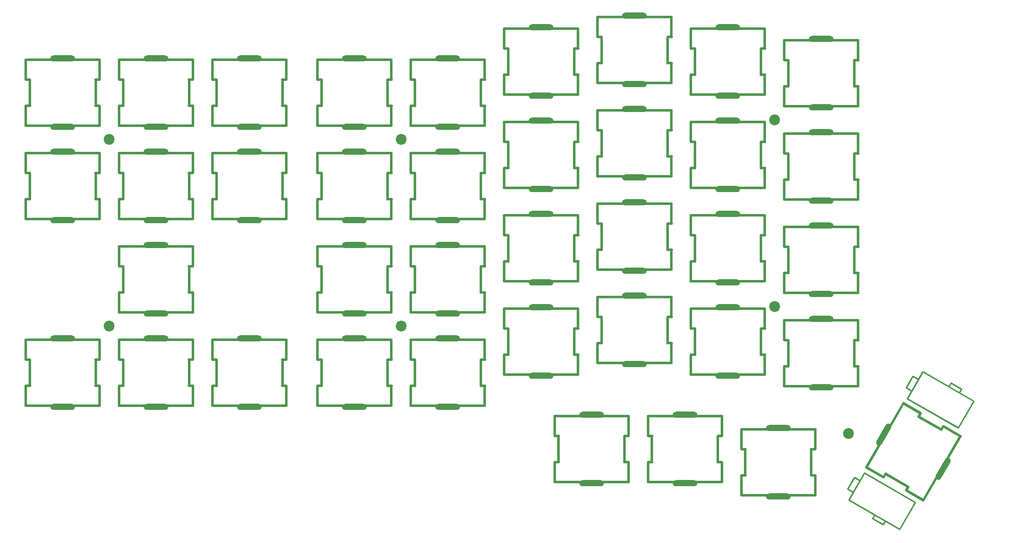
<source format=gbr>
%TF.GenerationSoftware,KiCad,Pcbnew,(5.1.9-0-10_14)*%
%TF.CreationDate,2021-04-25T18:43:49-05:00*%
%TF.ProjectId,wren-nav,7772656e-2d6e-4617-962e-6b696361645f,rev?*%
%TF.SameCoordinates,Original*%
%TF.FileFunction,Soldermask,Top*%
%TF.FilePolarity,Negative*%
%FSLAX46Y46*%
G04 Gerber Fmt 4.6, Leading zero omitted, Abs format (unit mm)*
G04 Created by KiCad (PCBNEW (5.1.9-0-10_14)) date 2021-04-25 18:43:49*
%MOMM*%
%LPD*%
G01*
G04 APERTURE LIST*
%ADD10C,2.200000*%
%ADD11O,1.333500X0.508000*%
%ADD12O,5.080000X1.270000*%
%ADD13O,0.508000X5.842000*%
%ADD14O,0.508000X4.572000*%
%ADD15O,15.595600X0.508000*%
G04 APERTURE END LIST*
%TO.C,REF\u002A\u002A*%
G36*
G01*
X239483904Y-94215117D02*
X239483904Y-94215117D01*
G75*
G02*
X239539686Y-94423299I-76200J-131982D01*
G01*
X238168086Y-96798979D01*
G75*
G02*
X237959904Y-96854761I-131982J76200D01*
G01*
X237959904Y-96854761D01*
G75*
G02*
X237904122Y-96646579I76200J131982D01*
G01*
X239275722Y-94270899D01*
G75*
G02*
X239483904Y-94215117I131982J-76200D01*
G01*
G37*
G36*
G01*
X238178295Y-96628897D02*
X239190159Y-97213097D01*
G75*
G02*
X239245941Y-97421279I-76200J-131982D01*
G01*
X239245941Y-97421279D01*
G75*
G02*
X239037759Y-97477061I-131982J76200D01*
G01*
X238025895Y-96892861D01*
G75*
G02*
X237970113Y-96684679I76200J131982D01*
G01*
X237970113Y-96684679D01*
G75*
G02*
X238178295Y-96628897I131982J-76200D01*
G01*
G37*
G36*
G01*
X239549895Y-94253216D02*
X240561759Y-94837416D01*
G75*
G02*
X240617541Y-95045598I-76200J-131982D01*
G01*
X240617541Y-95045598D01*
G75*
G02*
X240409359Y-95101380I-131982J76200D01*
G01*
X239397495Y-94517180D01*
G75*
G02*
X239341713Y-94308998I76200J131982D01*
G01*
X239341713Y-94308998D01*
G75*
G02*
X239549895Y-94253216I131982J-76200D01*
G01*
G37*
G36*
G01*
X247240541Y-95613826D02*
X247240541Y-95613826D01*
G75*
G02*
X247296323Y-95822008I-76200J-131982D01*
G01*
X246864523Y-96569908D01*
G75*
G02*
X246656341Y-96625690I-131982J76200D01*
G01*
X246656341Y-96625690D01*
G75*
G02*
X246600559Y-96417508I76200J131982D01*
G01*
X247032359Y-95669608D01*
G75*
G02*
X247240541Y-95613826I131982J-76200D01*
G01*
G37*
G36*
G01*
X241529451Y-93313726D02*
X241529451Y-93313726D01*
G75*
G02*
X241585233Y-93521908I-76200J-131982D01*
G01*
X238410233Y-99021170D01*
G75*
G02*
X238202051Y-99076952I-131982J76200D01*
G01*
X238202051Y-99076952D01*
G75*
G02*
X238146269Y-98868770I76200J131982D01*
G01*
X241321269Y-93369508D01*
G75*
G02*
X241529451Y-93313726I131982J-76200D01*
G01*
G37*
G36*
G01*
X238354450Y-98812987D02*
X248737056Y-104807387D01*
G75*
G02*
X248792838Y-105015569I-76200J-131982D01*
G01*
X248792838Y-105015569D01*
G75*
G02*
X248584656Y-105071351I-131982J76200D01*
G01*
X238202050Y-99076951D01*
G75*
G02*
X238146268Y-98868769I76200J131982D01*
G01*
X238146268Y-98868769D01*
G75*
G02*
X238354450Y-98812987I131982J-76200D01*
G01*
G37*
G36*
G01*
X241529450Y-93313726D02*
X251912056Y-99308126D01*
G75*
G02*
X251967838Y-99516308I-76200J-131982D01*
G01*
X251967838Y-99516308D01*
G75*
G02*
X251759656Y-99572090I-131982J76200D01*
G01*
X241377050Y-93577690D01*
G75*
G02*
X241321268Y-93369508I76200J131982D01*
G01*
X241321268Y-93369508D01*
G75*
G02*
X241529450Y-93313726I131982J-76200D01*
G01*
G37*
G36*
G01*
X247240542Y-95613827D02*
X249396252Y-96858427D01*
G75*
G02*
X249452034Y-97066609I-76200J-131982D01*
G01*
X249452034Y-97066609D01*
G75*
G02*
X249243852Y-97122391I-131982J76200D01*
G01*
X247088142Y-95877791D01*
G75*
G02*
X247032360Y-95669609I76200J131982D01*
G01*
X247032360Y-95669609D01*
G75*
G02*
X247240542Y-95613827I131982J-76200D01*
G01*
G37*
G36*
G01*
X249396252Y-96858426D02*
X249396252Y-96858426D01*
G75*
G02*
X249452034Y-97066608I-76200J-131982D01*
G01*
X249020234Y-97814508D01*
G75*
G02*
X248812052Y-97870290I-131982J76200D01*
G01*
X248812052Y-97870290D01*
G75*
G02*
X248756270Y-97662108I76200J131982D01*
G01*
X249188070Y-96914208D01*
G75*
G02*
X249396252Y-96858426I131982J-76200D01*
G01*
G37*
G36*
G01*
X251912056Y-99308126D02*
X251912056Y-99308126D01*
G75*
G02*
X251967838Y-99516308I-76200J-131982D01*
G01*
X248792838Y-105015570D01*
G75*
G02*
X248584656Y-105071352I-131982J76200D01*
G01*
X248584656Y-105071352D01*
G75*
G02*
X248528874Y-104863170I76200J131982D01*
G01*
X251703874Y-99363908D01*
G75*
G02*
X251912056Y-99308126I131982J-76200D01*
G01*
G37*
G36*
G01*
X231695741Y-122538210D02*
X231695741Y-122538210D01*
G75*
G02*
X231751523Y-122746392I-76200J-131982D01*
G01*
X231319723Y-123494292D01*
G75*
G02*
X231111541Y-123550074I-131982J76200D01*
G01*
X231111541Y-123550074D01*
G75*
G02*
X231055759Y-123341892I76200J131982D01*
G01*
X231487559Y-122593992D01*
G75*
G02*
X231695741Y-122538210I131982J-76200D01*
G01*
G37*
G36*
G01*
X226240295Y-117306120D02*
X227252159Y-117890320D01*
G75*
G02*
X227307941Y-118098502I-76200J-131982D01*
G01*
X227307941Y-118098502D01*
G75*
G02*
X227099759Y-118154284I-131982J76200D01*
G01*
X226087895Y-117570084D01*
G75*
G02*
X226032113Y-117361902I76200J131982D01*
G01*
X226032113Y-117361902D01*
G75*
G02*
X226240295Y-117306120I131982J-76200D01*
G01*
G37*
G36*
G01*
X233851452Y-123782810D02*
X233851452Y-123782810D01*
G75*
G02*
X233907234Y-123990992I-76200J-131982D01*
G01*
X233475434Y-124738892D01*
G75*
G02*
X233267252Y-124794674I-131982J76200D01*
G01*
X233267252Y-124794674D01*
G75*
G02*
X233211470Y-124586492I76200J131982D01*
G01*
X233643270Y-123838592D01*
G75*
G02*
X233851452Y-123782810I131982J-76200D01*
G01*
G37*
G36*
G01*
X227611895Y-114930439D02*
X228623759Y-115514639D01*
G75*
G02*
X228679541Y-115722821I-76200J-131982D01*
G01*
X228679541Y-115722821D01*
G75*
G02*
X228471359Y-115778603I-131982J76200D01*
G01*
X227459495Y-115194403D01*
G75*
G02*
X227403713Y-114986221I76200J131982D01*
G01*
X227403713Y-114986221D01*
G75*
G02*
X227611895Y-114930439I131982J-76200D01*
G01*
G37*
G36*
G01*
X231263942Y-123286109D02*
X233419652Y-124530709D01*
G75*
G02*
X233475434Y-124738891I-76200J-131982D01*
G01*
X233475434Y-124738891D01*
G75*
G02*
X233267252Y-124794673I-131982J76200D01*
G01*
X231111542Y-123550073D01*
G75*
G02*
X231055760Y-123341891I76200J131982D01*
G01*
X231055760Y-123341891D01*
G75*
G02*
X231263942Y-123286109I131982J-76200D01*
G01*
G37*
G36*
G01*
X226416450Y-119490210D02*
X236799056Y-125484610D01*
G75*
G02*
X236854838Y-125692792I-76200J-131982D01*
G01*
X236854838Y-125692792D01*
G75*
G02*
X236646656Y-125748574I-131982J76200D01*
G01*
X226264050Y-119754174D01*
G75*
G02*
X226208268Y-119545992I76200J131982D01*
G01*
X226208268Y-119545992D01*
G75*
G02*
X226416450Y-119490210I131982J-76200D01*
G01*
G37*
G36*
G01*
X229591451Y-113990948D02*
X229591451Y-113990948D01*
G75*
G02*
X229647233Y-114199130I-76200J-131982D01*
G01*
X226472233Y-119698392D01*
G75*
G02*
X226264051Y-119754174I-131982J76200D01*
G01*
X226264051Y-119754174D01*
G75*
G02*
X226208269Y-119545992I76200J131982D01*
G01*
X229383269Y-114046730D01*
G75*
G02*
X229591451Y-113990948I131982J-76200D01*
G01*
G37*
G36*
G01*
X229591450Y-113990949D02*
X239974056Y-119985349D01*
G75*
G02*
X240029838Y-120193531I-76200J-131982D01*
G01*
X240029838Y-120193531D01*
G75*
G02*
X239821656Y-120249313I-131982J76200D01*
G01*
X229439050Y-114254913D01*
G75*
G02*
X229383268Y-114046731I76200J131982D01*
G01*
X229383268Y-114046731D01*
G75*
G02*
X229591450Y-113990949I131982J-76200D01*
G01*
G37*
G36*
G01*
X239974056Y-119985348D02*
X239974056Y-119985348D01*
G75*
G02*
X240029838Y-120193530I-76200J-131982D01*
G01*
X236854838Y-125692792D01*
G75*
G02*
X236646656Y-125748574I-131982J76200D01*
G01*
X236646656Y-125748574D01*
G75*
G02*
X236590874Y-125540392I76200J131982D01*
G01*
X239765874Y-120041130D01*
G75*
G02*
X239974056Y-119985348I131982J-76200D01*
G01*
G37*
G36*
G01*
X227545904Y-114892339D02*
X227545904Y-114892339D01*
G75*
G02*
X227601686Y-115100521I-76200J-131982D01*
G01*
X226230086Y-117476201D01*
G75*
G02*
X226021904Y-117531983I-131982J76200D01*
G01*
X226021904Y-117531983D01*
G75*
G02*
X225966122Y-117323801I76200J131982D01*
G01*
X227337722Y-114948121D01*
G75*
G02*
X227545904Y-114892339I131982J-76200D01*
G01*
G37*
%TD*%
D10*
%TO.C,H7*%
X226250500Y-106013250D03*
%TD*%
%TO.C,H6*%
X211137500Y-80168750D03*
%TD*%
%TO.C,H5*%
X134937500Y-84137500D03*
%TD*%
%TO.C,H4*%
X75400000Y-84137500D03*
%TD*%
%TO.C,H3*%
X211137500Y-42068750D03*
%TD*%
%TO.C,H2*%
X134937500Y-46037500D03*
%TD*%
%TO.C,H1*%
X75400000Y-46037500D03*
%TD*%
D11*
%TO.C,MX9*%
X73025000Y-39179500D03*
X58737500Y-39179500D03*
X73025000Y-33845500D03*
X58737500Y-33845500D03*
D12*
X65881250Y-43497500D03*
X65881250Y-29527500D03*
D13*
X59150250Y-36512500D03*
X72612250Y-36512500D03*
D14*
X58324750Y-41211500D03*
X73437750Y-41211500D03*
X73437750Y-31813500D03*
X58324750Y-31813500D03*
D15*
X65881250Y-43243500D03*
X65881250Y-29781500D03*
%TD*%
D11*
%TO.C,MX39*%
X73025000Y-96329500D03*
X58737500Y-96329500D03*
X73025000Y-90995500D03*
X58737500Y-90995500D03*
D12*
X65881250Y-100647500D03*
X65881250Y-86677500D03*
D13*
X59150250Y-93662500D03*
X72612250Y-93662500D03*
D14*
X58324750Y-98361500D03*
X73437750Y-98361500D03*
X73437750Y-88963500D03*
X58324750Y-88963500D03*
D15*
X65881250Y-100393500D03*
X65881250Y-86931500D03*
%TD*%
%TO.C,MX41*%
G36*
G01*
X245032190Y-105484003D02*
X245032190Y-105484003D01*
G75*
G02*
X244939220Y-105137033I127000J219970D01*
G01*
X245351970Y-104422129D01*
G75*
G02*
X245698940Y-104329159I219970J-127000D01*
G01*
X245698940Y-104329159D01*
G75*
G02*
X245791910Y-104676129I-127000J-219970D01*
G01*
X245379160Y-105391033D01*
G75*
G02*
X245032190Y-105484003I-219970J127000D01*
G01*
G37*
G36*
G01*
X237888440Y-117857341D02*
X237888440Y-117857341D01*
G75*
G02*
X237795470Y-117510371I127000J219970D01*
G01*
X238208220Y-116795467D01*
G75*
G02*
X238555190Y-116702497I219970J-127000D01*
G01*
X238555190Y-116702497D01*
G75*
G02*
X238648160Y-117049467I-127000J-219970D01*
G01*
X238235410Y-117764371D01*
G75*
G02*
X237888440Y-117857341I-219970J127000D01*
G01*
G37*
G36*
G01*
X240412810Y-102817003D02*
X240412810Y-102817003D01*
G75*
G02*
X240319840Y-102470033I127000J219970D01*
G01*
X240732590Y-101755129D01*
G75*
G02*
X241079560Y-101662159I219970J-127000D01*
G01*
X241079560Y-101662159D01*
G75*
G02*
X241172530Y-102009129I-127000J-219970D01*
G01*
X240759780Y-102724033D01*
G75*
G02*
X240412810Y-102817003I-219970J127000D01*
G01*
G37*
G36*
G01*
X233269060Y-115190341D02*
X233269060Y-115190341D01*
G75*
G02*
X233176090Y-114843371I127000J219970D01*
G01*
X233588840Y-114128467D01*
G75*
G02*
X233935810Y-114035497I219970J-127000D01*
G01*
X233935810Y-114035497D01*
G75*
G02*
X234028780Y-114382467I-127000J-219970D01*
G01*
X233616030Y-115097371D01*
G75*
G02*
X233269060Y-115190341I-219970J127000D01*
G01*
G37*
G36*
G01*
X244263187Y-115451954D02*
X244263187Y-115451954D01*
G75*
G02*
X244030761Y-114584528I317500J549926D01*
G01*
X245935761Y-111284972D01*
G75*
G02*
X246803187Y-111052546I549926J-317500D01*
G01*
X246803187Y-111052546D01*
G75*
G02*
X247035613Y-111919972I-317500J-549926D01*
G01*
X245130613Y-115219528D01*
G75*
G02*
X244263187Y-115451954I-549926J317500D01*
G01*
G37*
G36*
G01*
X232164813Y-108466954D02*
X232164813Y-108466954D01*
G75*
G02*
X231932387Y-107599528I317500J549926D01*
G01*
X233837387Y-104299972D01*
G75*
G02*
X234704813Y-104067546I549926J-317500D01*
G01*
X234704813Y-104067546D01*
G75*
G02*
X234937239Y-104934972I-317500J-549926D01*
G01*
X233032239Y-108234528D01*
G75*
G02*
X232164813Y-108466954I-549926J317500D01*
G01*
G37*
G36*
G01*
X238301190Y-117142437D02*
X233681810Y-114475437D01*
G75*
G02*
X233588840Y-114128467I127000J219970D01*
G01*
X233588840Y-114128467D01*
G75*
G02*
X233935810Y-114035497I219970J-127000D01*
G01*
X238555190Y-116702497D01*
G75*
G02*
X238648160Y-117049467I-127000J-219970D01*
G01*
X238648160Y-117049467D01*
G75*
G02*
X238301190Y-117142437I-219970J127000D01*
G01*
G37*
G36*
G01*
X245032190Y-105484003D02*
X240412810Y-102817003D01*
G75*
G02*
X240319840Y-102470033I127000J219970D01*
G01*
X240319840Y-102470033D01*
G75*
G02*
X240666810Y-102377063I219970J-127000D01*
G01*
X245286190Y-105044063D01*
G75*
G02*
X245379160Y-105391033I-127000J-219970D01*
G01*
X245379160Y-105391033D01*
G75*
G02*
X245032190Y-105484003I-219970J127000D01*
G01*
G37*
G36*
G01*
X241407967Y-119889341D02*
X237888439Y-117857341D01*
G75*
G02*
X237795469Y-117510371I127000J219970D01*
G01*
X237795469Y-117510371D01*
G75*
G02*
X238142439Y-117417401I219970J-127000D01*
G01*
X241661967Y-119449401D01*
G75*
G02*
X241754937Y-119796371I-127000J-219970D01*
G01*
X241754937Y-119796371D01*
G75*
G02*
X241407967Y-119889341I-219970J127000D01*
G01*
G37*
G36*
G01*
X248964467Y-106801099D02*
X245444939Y-104769099D01*
G75*
G02*
X245351969Y-104422129I127000J219970D01*
G01*
X245351969Y-104422129D01*
G75*
G02*
X245698939Y-104329159I219970J-127000D01*
G01*
X249218467Y-106361159D01*
G75*
G02*
X249311437Y-106708129I-127000J-219970D01*
G01*
X249311437Y-106708129D01*
G75*
G02*
X248964467Y-106801099I-219970J127000D01*
G01*
G37*
G36*
G01*
X240825561Y-102102099D02*
X237306033Y-100070099D01*
G75*
G02*
X237213063Y-99723129I127000J219970D01*
G01*
X237213063Y-99723129D01*
G75*
G02*
X237560033Y-99630159I219970J-127000D01*
G01*
X241079561Y-101662159D01*
G75*
G02*
X241172531Y-102009129I-127000J-219970D01*
G01*
X241172531Y-102009129D01*
G75*
G02*
X240825561Y-102102099I-219970J127000D01*
G01*
G37*
G36*
G01*
X233269061Y-115190341D02*
X229749533Y-113158341D01*
G75*
G02*
X229656563Y-112811371I127000J219970D01*
G01*
X229656563Y-112811371D01*
G75*
G02*
X230003533Y-112718401I219970J-127000D01*
G01*
X233523061Y-114750401D01*
G75*
G02*
X233616031Y-115097371I-127000J-219970D01*
G01*
X233616031Y-115097371D01*
G75*
G02*
X233269061Y-115190341I-219970J127000D01*
G01*
G37*
G36*
G01*
X241414317Y-119878342D02*
X241414317Y-119878342D01*
G75*
G02*
X241321347Y-119531372I127000J219970D01*
G01*
X248865147Y-106465128D01*
G75*
G02*
X249212117Y-106372158I219970J-127000D01*
G01*
X249212117Y-106372158D01*
G75*
G02*
X249305087Y-106719128I-127000J-219970D01*
G01*
X241761287Y-119785372D01*
G75*
G02*
X241414317Y-119878342I-219970J127000D01*
G01*
G37*
G36*
G01*
X229755883Y-113147342D02*
X229755883Y-113147342D01*
G75*
G02*
X229662913Y-112800372I127000J219970D01*
G01*
X237206713Y-99734128D01*
G75*
G02*
X237553683Y-99641158I219970J-127000D01*
G01*
X237553683Y-99641158D01*
G75*
G02*
X237646653Y-99988128I-127000J-219970D01*
G01*
X230102853Y-113054372D01*
G75*
G02*
X229755883Y-113147342I-219970J127000D01*
G01*
G37*
%TD*%
D11*
%TO.C,MX15*%
X151606250Y-58229500D03*
X137318750Y-58229500D03*
X151606250Y-52895500D03*
X137318750Y-52895500D03*
D12*
X144462500Y-62547500D03*
X144462500Y-48577500D03*
D13*
X137731500Y-55562500D03*
X151193500Y-55562500D03*
D14*
X136906000Y-60261500D03*
X152019000Y-60261500D03*
X152019000Y-50863500D03*
X136906000Y-50863500D03*
D15*
X144462500Y-62293500D03*
X144462500Y-48831500D03*
%TD*%
D11*
%TO.C,MX44*%
X180968750Y-111918750D03*
X166681250Y-111918750D03*
X180968750Y-106584750D03*
X166681250Y-106584750D03*
D12*
X173825000Y-116236750D03*
X173825000Y-102266750D03*
D13*
X167094000Y-109251750D03*
X180556000Y-109251750D03*
D14*
X166268500Y-113950750D03*
X181381500Y-113950750D03*
X181381500Y-104552750D03*
X166268500Y-104552750D03*
D15*
X173825000Y-115982750D03*
X173825000Y-102520750D03*
%TD*%
D11*
%TO.C,MX43*%
X200018750Y-111918750D03*
X185731250Y-111918750D03*
X200018750Y-106584750D03*
X185731250Y-106584750D03*
D12*
X192875000Y-116236750D03*
X192875000Y-102266750D03*
D13*
X186144000Y-109251750D03*
X199606000Y-109251750D03*
D14*
X185318500Y-113950750D03*
X200431500Y-113950750D03*
X200431500Y-104552750D03*
X185318500Y-104552750D03*
D15*
X192875000Y-115982750D03*
X192875000Y-102520750D03*
%TD*%
D11*
%TO.C,MX42*%
X219068750Y-114585750D03*
X204781250Y-114585750D03*
X219068750Y-109251750D03*
X204781250Y-109251750D03*
D12*
X211925000Y-118903750D03*
X211925000Y-104933750D03*
D13*
X205194000Y-111918750D03*
X218656000Y-111918750D03*
D14*
X204368500Y-116617750D03*
X219481500Y-116617750D03*
X219481500Y-107219750D03*
X204368500Y-107219750D03*
D15*
X211925000Y-118649750D03*
X211925000Y-105187750D03*
%TD*%
D11*
%TO.C,MX38*%
X92075000Y-96329500D03*
X77787500Y-96329500D03*
X92075000Y-90995500D03*
X77787500Y-90995500D03*
D12*
X84931250Y-100647500D03*
X84931250Y-86677500D03*
D13*
X78200250Y-93662500D03*
X91662250Y-93662500D03*
D14*
X77374750Y-98361500D03*
X92487750Y-98361500D03*
X92487750Y-88963500D03*
X77374750Y-88963500D03*
D15*
X84931250Y-100393500D03*
X84931250Y-86931500D03*
%TD*%
D11*
%TO.C,MX37*%
X111125000Y-96329500D03*
X96837500Y-96329500D03*
X111125000Y-90995500D03*
X96837500Y-90995500D03*
D12*
X103981250Y-100647500D03*
X103981250Y-86677500D03*
D13*
X97250250Y-93662500D03*
X110712250Y-93662500D03*
D14*
X96424750Y-98361500D03*
X111537750Y-98361500D03*
X111537750Y-88963500D03*
X96424750Y-88963500D03*
D15*
X103981250Y-100393500D03*
X103981250Y-86931500D03*
%TD*%
D11*
%TO.C,MX36*%
X132556250Y-96329500D03*
X118268750Y-96329500D03*
X132556250Y-90995500D03*
X118268750Y-90995500D03*
D12*
X125412500Y-100647500D03*
X125412500Y-86677500D03*
D13*
X118681500Y-93662500D03*
X132143500Y-93662500D03*
D14*
X117856000Y-98361500D03*
X132969000Y-98361500D03*
X132969000Y-88963500D03*
X117856000Y-88963500D03*
D15*
X125412500Y-100393500D03*
X125412500Y-86931500D03*
%TD*%
D11*
%TO.C,MX35*%
X151606250Y-96329500D03*
X137318750Y-96329500D03*
X151606250Y-90995500D03*
X137318750Y-90995500D03*
D12*
X144462500Y-100647500D03*
X144462500Y-86677500D03*
D13*
X137731500Y-93662500D03*
X151193500Y-93662500D03*
D14*
X136906000Y-98361500D03*
X152019000Y-98361500D03*
X152019000Y-88963500D03*
X136906000Y-88963500D03*
D15*
X144462500Y-100393500D03*
X144462500Y-86931500D03*
%TD*%
D11*
%TO.C,MX34*%
X170656250Y-89979500D03*
X156368750Y-89979500D03*
X170656250Y-84645500D03*
X156368750Y-84645500D03*
D12*
X163512500Y-94297500D03*
X163512500Y-80327500D03*
D13*
X156781500Y-87312500D03*
X170243500Y-87312500D03*
D14*
X155956000Y-92011500D03*
X171069000Y-92011500D03*
X171069000Y-82613500D03*
X155956000Y-82613500D03*
D15*
X163512500Y-94043500D03*
X163512500Y-80581500D03*
%TD*%
D11*
%TO.C,MX33*%
X189706250Y-87598250D03*
X175418750Y-87598250D03*
X189706250Y-82264250D03*
X175418750Y-82264250D03*
D12*
X182562500Y-91916250D03*
X182562500Y-77946250D03*
D13*
X175831500Y-84931250D03*
X189293500Y-84931250D03*
D14*
X175006000Y-89630250D03*
X190119000Y-89630250D03*
X190119000Y-80232250D03*
X175006000Y-80232250D03*
D15*
X182562500Y-91662250D03*
X182562500Y-78200250D03*
%TD*%
D11*
%TO.C,MX32*%
X208756250Y-89979500D03*
X194468750Y-89979500D03*
X208756250Y-84645500D03*
X194468750Y-84645500D03*
D12*
X201612500Y-94297500D03*
X201612500Y-80327500D03*
D13*
X194881500Y-87312500D03*
X208343500Y-87312500D03*
D14*
X194056000Y-92011500D03*
X209169000Y-92011500D03*
X209169000Y-82613500D03*
X194056000Y-82613500D03*
D15*
X201612500Y-94043500D03*
X201612500Y-80581500D03*
%TD*%
D11*
%TO.C,MX31*%
X227806250Y-92360750D03*
X213518750Y-92360750D03*
X227806250Y-87026750D03*
X213518750Y-87026750D03*
D12*
X220662500Y-96678750D03*
X220662500Y-82708750D03*
D13*
X213931500Y-89693750D03*
X227393500Y-89693750D03*
D14*
X213106000Y-94392750D03*
X228219000Y-94392750D03*
X228219000Y-84994750D03*
X213106000Y-84994750D03*
D15*
X220662500Y-96424750D03*
X220662500Y-82962750D03*
%TD*%
D11*
%TO.C,MX28*%
X92075000Y-77279500D03*
X77787500Y-77279500D03*
X92075000Y-71945500D03*
X77787500Y-71945500D03*
D12*
X84931250Y-81597500D03*
X84931250Y-67627500D03*
D13*
X78200250Y-74612500D03*
X91662250Y-74612500D03*
D14*
X77374750Y-79311500D03*
X92487750Y-79311500D03*
X92487750Y-69913500D03*
X77374750Y-69913500D03*
D15*
X84931250Y-81343500D03*
X84931250Y-67881500D03*
%TD*%
D11*
%TO.C,MX26*%
X132556250Y-77279500D03*
X118268750Y-77279500D03*
X132556250Y-71945500D03*
X118268750Y-71945500D03*
D12*
X125412500Y-81597500D03*
X125412500Y-67627500D03*
D13*
X118681500Y-74612500D03*
X132143500Y-74612500D03*
D14*
X117856000Y-79311500D03*
X132969000Y-79311500D03*
X132969000Y-69913500D03*
X117856000Y-69913500D03*
D15*
X125412500Y-81343500D03*
X125412500Y-67881500D03*
%TD*%
D11*
%TO.C,MX25*%
X151606250Y-77279500D03*
X137318750Y-77279500D03*
X151606250Y-71945500D03*
X137318750Y-71945500D03*
D12*
X144462500Y-81597500D03*
X144462500Y-67627500D03*
D13*
X137731500Y-74612500D03*
X151193500Y-74612500D03*
D14*
X136906000Y-79311500D03*
X152019000Y-79311500D03*
X152019000Y-69913500D03*
X136906000Y-69913500D03*
D15*
X144462500Y-81343500D03*
X144462500Y-67881500D03*
%TD*%
D11*
%TO.C,MX24*%
X170656250Y-70929500D03*
X156368750Y-70929500D03*
X170656250Y-65595500D03*
X156368750Y-65595500D03*
D12*
X163512500Y-75247500D03*
X163512500Y-61277500D03*
D13*
X156781500Y-68262500D03*
X170243500Y-68262500D03*
D14*
X155956000Y-72961500D03*
X171069000Y-72961500D03*
X171069000Y-63563500D03*
X155956000Y-63563500D03*
D15*
X163512500Y-74993500D03*
X163512500Y-61531500D03*
%TD*%
D11*
%TO.C,MX23*%
X189706250Y-68548250D03*
X175418750Y-68548250D03*
X189706250Y-63214250D03*
X175418750Y-63214250D03*
D12*
X182562500Y-72866250D03*
X182562500Y-58896250D03*
D13*
X175831500Y-65881250D03*
X189293500Y-65881250D03*
D14*
X175006000Y-70580250D03*
X190119000Y-70580250D03*
X190119000Y-61182250D03*
X175006000Y-61182250D03*
D15*
X182562500Y-72612250D03*
X182562500Y-59150250D03*
%TD*%
D11*
%TO.C,MX22*%
X208756250Y-70929500D03*
X194468750Y-70929500D03*
X208756250Y-65595500D03*
X194468750Y-65595500D03*
D12*
X201612500Y-75247500D03*
X201612500Y-61277500D03*
D13*
X194881500Y-68262500D03*
X208343500Y-68262500D03*
D14*
X194056000Y-72961500D03*
X209169000Y-72961500D03*
X209169000Y-63563500D03*
X194056000Y-63563500D03*
D15*
X201612500Y-74993500D03*
X201612500Y-61531500D03*
%TD*%
D11*
%TO.C,MX21*%
X227806250Y-73310750D03*
X213518750Y-73310750D03*
X227806250Y-67976750D03*
X213518750Y-67976750D03*
D12*
X220662500Y-77628750D03*
X220662500Y-63658750D03*
D13*
X213931500Y-70643750D03*
X227393500Y-70643750D03*
D14*
X213106000Y-75342750D03*
X228219000Y-75342750D03*
X228219000Y-65944750D03*
X213106000Y-65944750D03*
D15*
X220662500Y-77374750D03*
X220662500Y-63912750D03*
%TD*%
D11*
%TO.C,MX19*%
X73025000Y-58229500D03*
X58737500Y-58229500D03*
X73025000Y-52895500D03*
X58737500Y-52895500D03*
D12*
X65881250Y-62547500D03*
X65881250Y-48577500D03*
D13*
X59150250Y-55562500D03*
X72612250Y-55562500D03*
D14*
X58324750Y-60261500D03*
X73437750Y-60261500D03*
X73437750Y-50863500D03*
X58324750Y-50863500D03*
D15*
X65881250Y-62293500D03*
X65881250Y-48831500D03*
%TD*%
D11*
%TO.C,MX18*%
X92075000Y-58229500D03*
X77787500Y-58229500D03*
X92075000Y-52895500D03*
X77787500Y-52895500D03*
D12*
X84931250Y-62547500D03*
X84931250Y-48577500D03*
D13*
X78200250Y-55562500D03*
X91662250Y-55562500D03*
D14*
X77374750Y-60261500D03*
X92487750Y-60261500D03*
X92487750Y-50863500D03*
X77374750Y-50863500D03*
D15*
X84931250Y-62293500D03*
X84931250Y-48831500D03*
%TD*%
D11*
%TO.C,MX17*%
X111125000Y-58229500D03*
X96837500Y-58229500D03*
X111125000Y-52895500D03*
X96837500Y-52895500D03*
D12*
X103981250Y-62547500D03*
X103981250Y-48577500D03*
D13*
X97250250Y-55562500D03*
X110712250Y-55562500D03*
D14*
X96424750Y-60261500D03*
X111537750Y-60261500D03*
X111537750Y-50863500D03*
X96424750Y-50863500D03*
D15*
X103981250Y-62293500D03*
X103981250Y-48831500D03*
%TD*%
D11*
%TO.C,MX16*%
X132556250Y-58229500D03*
X118268750Y-58229500D03*
X132556250Y-52895500D03*
X118268750Y-52895500D03*
D12*
X125412500Y-62547500D03*
X125412500Y-48577500D03*
D13*
X118681500Y-55562500D03*
X132143500Y-55562500D03*
D14*
X117856000Y-60261500D03*
X132969000Y-60261500D03*
X132969000Y-50863500D03*
X117856000Y-50863500D03*
D15*
X125412500Y-62293500D03*
X125412500Y-48831500D03*
%TD*%
D11*
%TO.C,MX14*%
X170656250Y-51879500D03*
X156368750Y-51879500D03*
X170656250Y-46545500D03*
X156368750Y-46545500D03*
D12*
X163512500Y-56197500D03*
X163512500Y-42227500D03*
D13*
X156781500Y-49212500D03*
X170243500Y-49212500D03*
D14*
X155956000Y-53911500D03*
X171069000Y-53911500D03*
X171069000Y-44513500D03*
X155956000Y-44513500D03*
D15*
X163512500Y-55943500D03*
X163512500Y-42481500D03*
%TD*%
D11*
%TO.C,MX13*%
X189706250Y-49498250D03*
X175418750Y-49498250D03*
X189706250Y-44164250D03*
X175418750Y-44164250D03*
D12*
X182562500Y-53816250D03*
X182562500Y-39846250D03*
D13*
X175831500Y-46831250D03*
X189293500Y-46831250D03*
D14*
X175006000Y-51530250D03*
X190119000Y-51530250D03*
X190119000Y-42132250D03*
X175006000Y-42132250D03*
D15*
X182562500Y-53562250D03*
X182562500Y-40100250D03*
%TD*%
D11*
%TO.C,MX12*%
X208756250Y-51879500D03*
X194468750Y-51879500D03*
X208756250Y-46545500D03*
X194468750Y-46545500D03*
D12*
X201612500Y-56197500D03*
X201612500Y-42227500D03*
D13*
X194881500Y-49212500D03*
X208343500Y-49212500D03*
D14*
X194056000Y-53911500D03*
X209169000Y-53911500D03*
X209169000Y-44513500D03*
X194056000Y-44513500D03*
D15*
X201612500Y-55943500D03*
X201612500Y-42481500D03*
%TD*%
D11*
%TO.C,MX11*%
X227806250Y-54260750D03*
X213518750Y-54260750D03*
X227806250Y-48926750D03*
X213518750Y-48926750D03*
D12*
X220662500Y-58578750D03*
X220662500Y-44608750D03*
D13*
X213931500Y-51593750D03*
X227393500Y-51593750D03*
D14*
X213106000Y-56292750D03*
X228219000Y-56292750D03*
X228219000Y-46894750D03*
X213106000Y-46894750D03*
D15*
X220662500Y-58324750D03*
X220662500Y-44862750D03*
%TD*%
D11*
%TO.C,MX8*%
X92075000Y-39179500D03*
X77787500Y-39179500D03*
X92075000Y-33845500D03*
X77787500Y-33845500D03*
D12*
X84931250Y-43497500D03*
X84931250Y-29527500D03*
D13*
X78200250Y-36512500D03*
X91662250Y-36512500D03*
D14*
X77374750Y-41211500D03*
X92487750Y-41211500D03*
X92487750Y-31813500D03*
X77374750Y-31813500D03*
D15*
X84931250Y-43243500D03*
X84931250Y-29781500D03*
%TD*%
D11*
%TO.C,MX7*%
X111125000Y-39179500D03*
X96837500Y-39179500D03*
X111125000Y-33845500D03*
X96837500Y-33845500D03*
D12*
X103981250Y-43497500D03*
X103981250Y-29527500D03*
D13*
X97250250Y-36512500D03*
X110712250Y-36512500D03*
D14*
X96424750Y-41211500D03*
X111537750Y-41211500D03*
X111537750Y-31813500D03*
X96424750Y-31813500D03*
D15*
X103981250Y-43243500D03*
X103981250Y-29781500D03*
%TD*%
D11*
%TO.C,MX6*%
X132556250Y-39179500D03*
X118268750Y-39179500D03*
X132556250Y-33845500D03*
X118268750Y-33845500D03*
D12*
X125412500Y-43497500D03*
X125412500Y-29527500D03*
D13*
X118681500Y-36512500D03*
X132143500Y-36512500D03*
D14*
X117856000Y-41211500D03*
X132969000Y-41211500D03*
X132969000Y-31813500D03*
X117856000Y-31813500D03*
D15*
X125412500Y-43243500D03*
X125412500Y-29781500D03*
%TD*%
D11*
%TO.C,MX5*%
X151606250Y-39179500D03*
X137318750Y-39179500D03*
X151606250Y-33845500D03*
X137318750Y-33845500D03*
D12*
X144462500Y-43497500D03*
X144462500Y-29527500D03*
D13*
X137731500Y-36512500D03*
X151193500Y-36512500D03*
D14*
X136906000Y-41211500D03*
X152019000Y-41211500D03*
X152019000Y-31813500D03*
X136906000Y-31813500D03*
D15*
X144462500Y-43243500D03*
X144462500Y-29781500D03*
%TD*%
D11*
%TO.C,MX4*%
X170656250Y-32829500D03*
X156368750Y-32829500D03*
X170656250Y-27495500D03*
X156368750Y-27495500D03*
D12*
X163512500Y-37147500D03*
X163512500Y-23177500D03*
D13*
X156781500Y-30162500D03*
X170243500Y-30162500D03*
D14*
X155956000Y-34861500D03*
X171069000Y-34861500D03*
X171069000Y-25463500D03*
X155956000Y-25463500D03*
D15*
X163512500Y-36893500D03*
X163512500Y-23431500D03*
%TD*%
D11*
%TO.C,MX3*%
X189706250Y-30448250D03*
X175418750Y-30448250D03*
X189706250Y-25114250D03*
X175418750Y-25114250D03*
D12*
X182562500Y-34766250D03*
X182562500Y-20796250D03*
D13*
X175831500Y-27781250D03*
X189293500Y-27781250D03*
D14*
X175006000Y-32480250D03*
X190119000Y-32480250D03*
X190119000Y-23082250D03*
X175006000Y-23082250D03*
D15*
X182562500Y-34512250D03*
X182562500Y-21050250D03*
%TD*%
D11*
%TO.C,MX2*%
X208756250Y-32829500D03*
X194468750Y-32829500D03*
X208756250Y-27495500D03*
X194468750Y-27495500D03*
D12*
X201612500Y-37147500D03*
X201612500Y-23177500D03*
D13*
X194881500Y-30162500D03*
X208343500Y-30162500D03*
D14*
X194056000Y-34861500D03*
X209169000Y-34861500D03*
X209169000Y-25463500D03*
X194056000Y-25463500D03*
D15*
X201612500Y-36893500D03*
X201612500Y-23431500D03*
%TD*%
D11*
%TO.C,MX1*%
X227806250Y-35210750D03*
X213518750Y-35210750D03*
X227806250Y-29876750D03*
X213518750Y-29876750D03*
D12*
X220662500Y-39528750D03*
X220662500Y-25558750D03*
D13*
X213931500Y-32543750D03*
X227393500Y-32543750D03*
D14*
X213106000Y-37242750D03*
X228219000Y-37242750D03*
X228219000Y-27844750D03*
X213106000Y-27844750D03*
D15*
X220662500Y-39274750D03*
X220662500Y-25812750D03*
%TD*%
M02*

</source>
